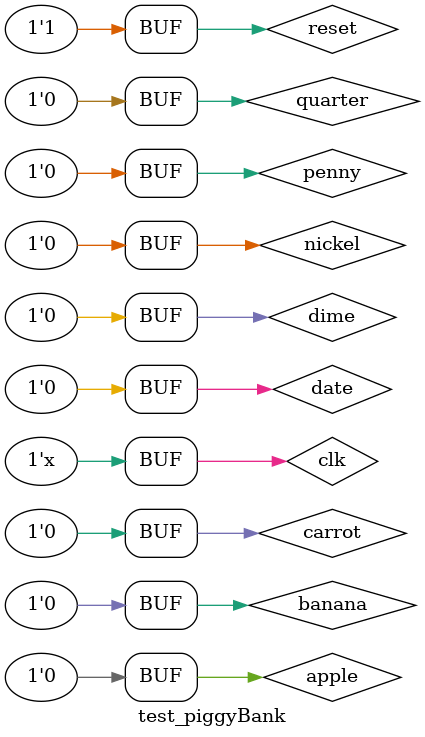
<source format=v>

module test_piggyBank;

	reg clk, reset, penny, nickel, dime, quarter;
	reg apple, banana, carrot, date;
	wire [7:0] credit;

 	piggyBank t1(clk, reset, penny, nickel, dime, quarter, apple, banana, carrot, date, credit);

 	initial begin
 		clk = 1;
 		penny = 0;
 		nickel = 0;
 		dime = 0;
 		quarter = 0;
 		apple = 0;
 		banana = 0;
 		carrot = 0;
 		date = 0;
 		reset = 0;

 		#10
 		penny = 1; //Insert a penny, 1
 		#10
 		penny = 0;
 		nickel = 1; //Insert a nickel, 6
 		#10
 		nickel = 0;
 		dime = 1; //Insert a dime, 16
 		#10
 		dime = 0;
 		quarter = 1; //Insert a quarter, 41
 		#10
 		quarter = 1; //66
 		#10
 		quarter = 1; //91
 		#10
 		quarter = 1; //116
 		#10
 		quarter = 1; //141
 		#10
 		quarter = 1; //Total credit should be $1.66

 		#10
 		quarter = 0;
 		apple = 1; //Credit = $0.91
 		#10
 		apple = 0;
 		banana = 1; //Credit = $0.71
 		#10
 		banana = 0;
 		carrot = 1; //Credit = $0.41
 		#10
 		carrot = 0;
 		date = 1; //Credit = $0.01
 		#10
 		date = 0;
 		reset = 1; //Credit = $0.00
 	end

 	always begin
    	#5 clk = ~clk;
    end
endmodule
</source>
